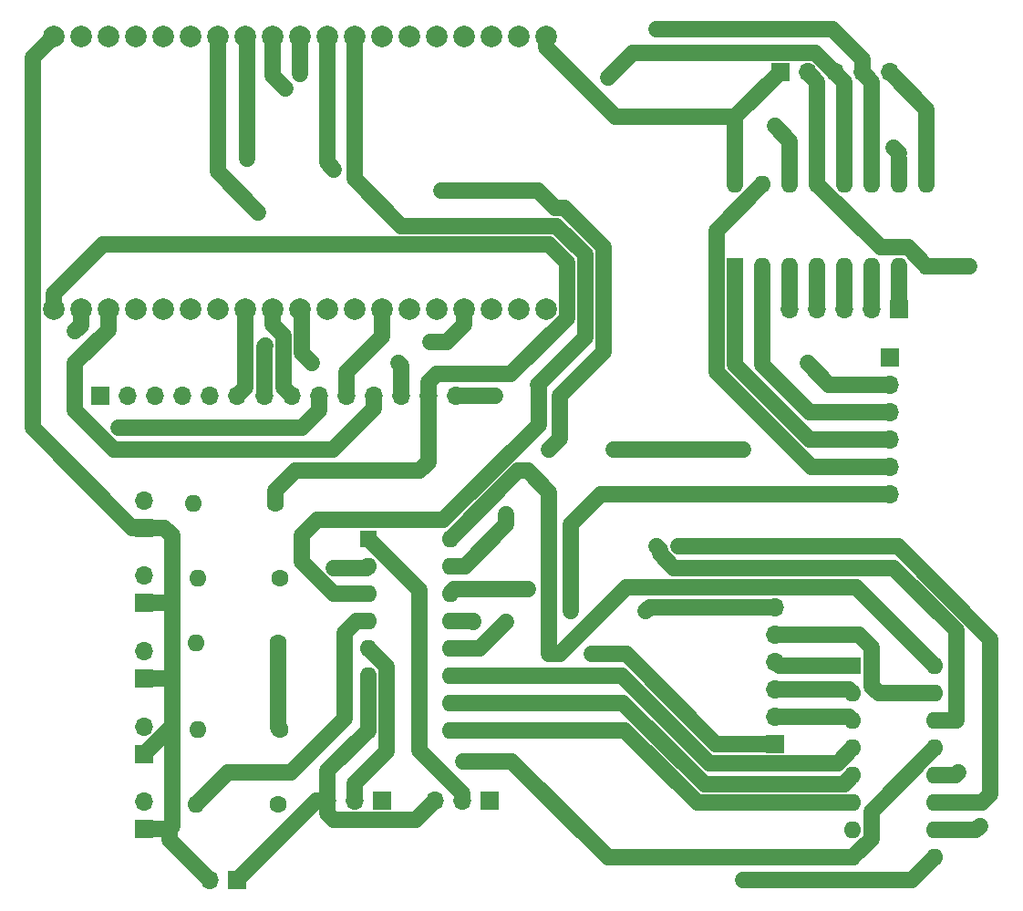
<source format=gbr>
%TF.GenerationSoftware,KiCad,Pcbnew,8.0.3*%
%TF.CreationDate,2025-01-29T18:19:50+01:00*%
%TF.ProjectId,Esp32-card,45737033-322d-4636-9172-642e6b696361,rev?*%
%TF.SameCoordinates,Original*%
%TF.FileFunction,Copper,L2,Bot*%
%TF.FilePolarity,Positive*%
%FSLAX46Y46*%
G04 Gerber Fmt 4.6, Leading zero omitted, Abs format (unit mm)*
G04 Created by KiCad (PCBNEW 8.0.3) date 2025-01-29 18:19:50*
%MOMM*%
%LPD*%
G01*
G04 APERTURE LIST*
%TA.AperFunction,ComponentPad*%
%ADD10C,2.000000*%
%TD*%
%TA.AperFunction,ComponentPad*%
%ADD11R,1.600000X1.600000*%
%TD*%
%TA.AperFunction,ComponentPad*%
%ADD12O,1.600000X1.600000*%
%TD*%
%TA.AperFunction,ComponentPad*%
%ADD13R,1.700000X1.700000*%
%TD*%
%TA.AperFunction,ComponentPad*%
%ADD14O,1.700000X1.700000*%
%TD*%
%TA.AperFunction,ComponentPad*%
%ADD15C,1.600000*%
%TD*%
%TA.AperFunction,ViaPad*%
%ADD16C,1.000000*%
%TD*%
%TA.AperFunction,Conductor*%
%ADD17C,1.500000*%
%TD*%
G04 APERTURE END LIST*
D10*
%TO.P,ESP32_WROOM_KIT1,1,3v3*%
%TO.N,3v3*%
X165700000Y-44700000D03*
%TO.P,ESP32_WROOM_KIT1,2,EN*%
%TO.N,unconnected-(ESP32_WROOM_KIT1-EN-Pad2)*%
X163160000Y-44700000D03*
%TO.P,ESP32_WROOM_KIT1,3,GPIO36*%
%TO.N,unconnected-(ESP32_WROOM_KIT1-GPIO36-Pad3)*%
X160620000Y-44700000D03*
%TO.P,ESP32_WROOM_KIT1,4,GPIO39*%
%TO.N,unconnected-(ESP32_WROOM_KIT1-GPIO39-Pad4)*%
X158080000Y-44700000D03*
%TO.P,ESP32_WROOM_KIT1,5,GPIO34*%
%TO.N,unconnected-(ESP32_WROOM_KIT1-GPIO34-Pad5)*%
X155540000Y-44700000D03*
%TO.P,ESP32_WROOM_KIT1,6,GPIO35*%
%TO.N,unconnected-(ESP32_WROOM_KIT1-GPIO35-Pad6)*%
X153000000Y-44700000D03*
%TO.P,ESP32_WROOM_KIT1,7,GPIO32*%
%TO.N,unconnected-(ESP32_WROOM_KIT1-GPIO32-Pad7)*%
X150460000Y-44700000D03*
%TO.P,ESP32_WROOM_KIT1,8,GPIO33*%
%TO.N,Analog_Pin1*%
X147920000Y-44700000D03*
%TO.P,ESP32_WROOM_KIT1,9,GPIO25*%
%TO.N,Data*%
X145380000Y-44700000D03*
%TO.P,ESP32_WROOM_KIT1,10,GPIO26*%
%TO.N,Clock*%
X142840000Y-44700000D03*
%TO.P,ESP32_WROOM_KIT1,11,GPIO27*%
%TO.N,Trig*%
X140300000Y-44700000D03*
%TO.P,ESP32_WROOM_KIT1,12,GPIO14*%
%TO.N,M2_Pin_EN*%
X137760000Y-44700000D03*
%TO.P,ESP32_WROOM_KIT1,13,GPIO12*%
%TO.N,M1_Pin_EN*%
X135220000Y-44700000D03*
%TO.P,ESP32_WROOM_KIT1,14,GND*%
%TO.N,unconnected-(ESP32_WROOM_KIT1-GND-Pad14)*%
X132680000Y-44700000D03*
%TO.P,ESP32_WROOM_KIT1,15,GPIO13*%
%TO.N,unconnected-(ESP32_WROOM_KIT1-GPIO13-Pad15)*%
X130140000Y-44700000D03*
%TO.P,ESP32_WROOM_KIT1,16,GPIO9*%
%TO.N,unconnected-(ESP32_WROOM_KIT1-GPIO9-Pad16)*%
X127600000Y-44700000D03*
%TO.P,ESP32_WROOM_KIT1,17,GPIO10*%
%TO.N,unconnected-(ESP32_WROOM_KIT1-GPIO10-Pad17)*%
X125060000Y-44700000D03*
%TO.P,ESP32_WROOM_KIT1,18,GPIO11*%
%TO.N,unconnected-(ESP32_WROOM_KIT1-GPIO11-Pad18)*%
X122520000Y-44700000D03*
%TO.P,ESP32_WROOM_KIT1,19,5V*%
%TO.N,5v*%
X119980000Y-44700000D03*
%TO.P,ESP32_WROOM_KIT1,20,GND*%
%TO.N,GND*%
X119980000Y-70000000D03*
%TO.P,ESP32_WROOM_KIT1,21,GPIO23*%
%TO.N,Net-(ESP32_WROOM_KIT1-GPIO23)*%
X122520000Y-70000000D03*
%TO.P,ESP32_WROOM_KIT1,22,GPIO22*%
%TO.N,Net-(ESP32_WROOM_KIT1-GPIO22)*%
X125060000Y-70000000D03*
%TO.P,ESP32_WROOM_KIT1,23,GPIO1*%
%TO.N,unconnected-(ESP32_WROOM_KIT1-GPIO1-Pad23)*%
X127600000Y-70000000D03*
%TO.P,ESP32_WROOM_KIT1,24,GPIO3*%
%TO.N,unconnected-(ESP32_WROOM_KIT1-GPIO3-Pad24)*%
X130140000Y-70000000D03*
%TO.P,ESP32_WROOM_KIT1,25,GPIO21*%
%TO.N,unconnected-(ESP32_WROOM_KIT1-GPIO21-Pad25)*%
X132680000Y-70000000D03*
%TO.P,ESP32_WROOM_KIT1,26,GND*%
%TO.N,unconnected-(ESP32_WROOM_KIT1-GND-Pad26)*%
X135220000Y-70000000D03*
%TO.P,ESP32_WROOM_KIT1,27,GPIO19*%
%TO.N,Net-(ESP32_WROOM_KIT1-GPIO19)*%
X137760000Y-70000000D03*
%TO.P,ESP32_WROOM_KIT1,28,GPIO18*%
%TO.N,Net-(ESP32_WROOM_KIT1-GPIO18)*%
X140300000Y-70000000D03*
%TO.P,ESP32_WROOM_KIT1,29,GPIO5*%
%TO.N,Net-(ESP32_WROOM_KIT1-GPIO5)*%
X142840000Y-70000000D03*
%TO.P,ESP32_WROOM_KIT1,30,GPIO17*%
%TO.N,unconnected-(ESP32_WROOM_KIT1-GPIO17-Pad30)*%
X145380000Y-70000000D03*
%TO.P,ESP32_WROOM_KIT1,31,GPIO16*%
%TO.N,unconnected-(ESP32_WROOM_KIT1-GPIO16-Pad31)*%
X147920000Y-70000000D03*
%TO.P,ESP32_WROOM_KIT1,32,GPIO4*%
%TO.N,Net-(ESP32_WROOM_KIT1-GPIO4)*%
X150460000Y-70000000D03*
%TO.P,ESP32_WROOM_KIT1,33,GPIO0*%
%TO.N,unconnected-(ESP32_WROOM_KIT1-GPIO0-Pad33)*%
X153000000Y-70000000D03*
%TO.P,ESP32_WROOM_KIT1,34,GPIO2*%
%TO.N,unconnected-(ESP32_WROOM_KIT1-GPIO2-Pad34)*%
X155540000Y-70000000D03*
%TO.P,ESP32_WROOM_KIT1,35,GPIO15*%
%TO.N,Net-(ESP32_WROOM_KIT1-GPIO15)*%
X158080000Y-70000000D03*
%TO.P,ESP32_WROOM_KIT1,36,GPIO8*%
%TO.N,unconnected-(ESP32_WROOM_KIT1-GPIO8-Pad36)*%
X160620000Y-70000000D03*
%TO.P,ESP32_WROOM_KIT1,37,GPIO7*%
%TO.N,unconnected-(ESP32_WROOM_KIT1-GPIO7-Pad37)*%
X163160000Y-70000000D03*
%TO.P,ESP32_WROOM_KIT1,38,GPIO6*%
%TO.N,unconnected-(ESP32_WROOM_KIT1-GPIO6-Pad38)*%
X165700000Y-70000000D03*
%TD*%
D11*
%TO.P,U4,1,A4*%
%TO.N,Capteur_Hall_1*%
X149200000Y-91300000D03*
D12*
%TO.P,U4,2,A6*%
%TO.N,Capteur_Autre_1*%
X149200000Y-93840000D03*
%TO.P,U4,3,A*%
%TO.N,Analog_Pin1*%
X149200000Y-96380000D03*
%TO.P,U4,4,A7*%
%TO.N,Capteur_Autre_2*%
X149200000Y-98920000D03*
%TO.P,U4,5,A5*%
%TO.N,Capteur_Hall_2*%
X149200000Y-101460000D03*
%TO.P,U4,6,~{E}*%
%TO.N,GND*%
X149200000Y-104000000D03*
%TO.P,U4,7,VEE*%
X149200000Y-106540000D03*
%TO.P,U4,8,GND*%
X149200000Y-109080000D03*
%TO.P,U4,9,S2*%
%TO.N,Net-(U1-QG)*%
X156820000Y-109080000D03*
%TO.P,U4,10,S1*%
%TO.N,Net-(U1-QF)*%
X156820000Y-106540000D03*
%TO.P,U4,11,S0*%
%TO.N,Net-(U1-QE)*%
X156820000Y-104000000D03*
%TO.P,U4,12,A3*%
%TO.N,Capteur_Force_3*%
X156820000Y-101460000D03*
%TO.P,U4,13,A0*%
%TO.N,Net-(J14-Pin_6)*%
X156820000Y-98920000D03*
%TO.P,U4,14,A1*%
%TO.N,Capteur_Force_1*%
X156820000Y-96380000D03*
%TO.P,U4,15,A2*%
%TO.N,Capteur_Force_2*%
X156820000Y-93840000D03*
%TO.P,U4,16,VCC*%
%TO.N,3v3*%
X156820000Y-91300000D03*
%TD*%
D11*
%TO.P,U1,1,QB*%
%TO.N,M1_Pin_Dir2*%
X194200000Y-103125000D03*
D12*
%TO.P,U1,2,QC*%
%TO.N,M2_Pin_Dir1*%
X194200000Y-105665000D03*
%TO.P,U1,3,QD*%
%TO.N,M2_Pin_Dir2*%
X194200000Y-108205000D03*
%TO.P,U1,4,QE*%
%TO.N,Net-(U1-QE)*%
X194200000Y-110745000D03*
%TO.P,U1,5,QF*%
%TO.N,Net-(U1-QF)*%
X194200000Y-113285000D03*
%TO.P,U1,6,QG*%
%TO.N,Net-(U1-QG)*%
X194200000Y-115825000D03*
%TO.P,U1,7,QH*%
%TO.N,unconnected-(U1-QH-Pad7)*%
X194200000Y-118365000D03*
%TO.P,U1,8,GND*%
%TO.N,GND*%
X194200000Y-120905000D03*
%TO.P,U1,9,QH'*%
%TO.N,Net-(U1-QH')*%
X201820000Y-120905000D03*
%TO.P,U1,10,~{SRCLR}*%
%TO.N,3v3*%
X201820000Y-118365000D03*
%TO.P,U1,11,SRCLK*%
%TO.N,Clock*%
X201820000Y-115825000D03*
%TO.P,U1,12,RCLK*%
%TO.N,Trig*%
X201820000Y-113285000D03*
%TO.P,U1,13,~{OE}*%
%TO.N,GND*%
X201820000Y-110745000D03*
%TO.P,U1,14,SER*%
%TO.N,Data*%
X201820000Y-108205000D03*
%TO.P,U1,15,QA*%
%TO.N,M1_Pin_Dir1*%
X201820000Y-105665000D03*
%TO.P,U1,16,VCC*%
%TO.N,3v3*%
X201820000Y-103125000D03*
%TD*%
D13*
%TO.P,J2,1,Pin_1*%
%TO.N,5v*%
X128375000Y-90275000D03*
D14*
%TO.P,J2,2,Pin_2*%
%TO.N,Capteur_Force_1*%
X128375000Y-87735000D03*
%TD*%
D13*
%TO.P,J12,1,Pin_1*%
%TO.N,3v3*%
X187460000Y-48000000D03*
D14*
%TO.P,J12,2,Pin_2*%
%TO.N,GND*%
X190000000Y-48000000D03*
%TO.P,J12,3,Pin_3*%
%TO.N,Trig*%
X192540000Y-48000000D03*
%TO.P,J12,4,Pin_4*%
%TO.N,Clock*%
X195080000Y-48000000D03*
%TO.P,J12,5,Pin_5*%
%TO.N,Net-(J12-Pin_5)*%
X197620000Y-48000000D03*
%TD*%
D13*
%TO.P,J14,1,Pin_1*%
%TO.N,3v3*%
X197625000Y-74460000D03*
D14*
%TO.P,J14,2,Pin_2*%
%TO.N,GND*%
X197625000Y-77000000D03*
%TO.P,J14,3,Pin_3*%
%TO.N,Net-(J14-Pin_3)*%
X197625000Y-79540000D03*
%TO.P,J14,4,Pin_4*%
%TO.N,Net-(J14-Pin_4)*%
X197625000Y-82080000D03*
%TO.P,J14,5,Pin_5*%
%TO.N,Net-(J14-Pin_5)*%
X197625000Y-84620000D03*
%TO.P,J14,6,Pin_6*%
%TO.N,Net-(J14-Pin_6)*%
X197625000Y-87160000D03*
%TD*%
D13*
%TO.P,J13,1,Pin_1*%
%TO.N,5v*%
X128375000Y-118275000D03*
D14*
%TO.P,J13,2,Pin_2*%
%TO.N,Capteur_Autre_2*%
X128375000Y-115735000D03*
%TD*%
D13*
%TO.P,J3,1,Pin_1*%
%TO.N,5v*%
X128375000Y-97275000D03*
D14*
%TO.P,J3,2,Pin_2*%
%TO.N,Capteur_Force_2*%
X128375000Y-94735000D03*
%TD*%
D13*
%TO.P,J11,1,Pin_1*%
%TO.N,5v*%
X128375000Y-111275000D03*
D14*
%TO.P,J11,2,Pin_2*%
%TO.N,Capteur_Autre_1*%
X128375000Y-108735000D03*
%TD*%
D15*
%TO.P,R2,1*%
%TO.N,GND*%
X141000000Y-95000000D03*
D12*
%TO.P,R2,2*%
%TO.N,Capteur_Force_2*%
X133380000Y-95000000D03*
%TD*%
D13*
%TO.P,J8,1,Pin_1*%
%TO.N,M2_Pin_EN*%
X187000000Y-110350000D03*
D14*
%TO.P,J8,2,Pin_2*%
%TO.N,M2_Pin_Dir2*%
X187000000Y-107810000D03*
%TO.P,J8,3,Pin_3*%
%TO.N,M2_Pin_Dir1*%
X187000000Y-105270000D03*
%TO.P,J8,4,Pin_4*%
%TO.N,M1_Pin_Dir2*%
X187000000Y-102730000D03*
%TO.P,J8,5,Pin_5*%
%TO.N,M1_Pin_Dir1*%
X187000000Y-100190000D03*
%TO.P,J8,6,Pin_6*%
%TO.N,M1_Pin_EN*%
X187000000Y-97650000D03*
%TD*%
D15*
%TO.P,R5,1*%
%TO.N,GND*%
X140810000Y-116000000D03*
D12*
%TO.P,R5,2*%
%TO.N,Capteur_Autre_2*%
X133190000Y-116000000D03*
%TD*%
D15*
%TO.P,R3,1*%
%TO.N,GND*%
X140810000Y-101000000D03*
D12*
%TO.P,R3,2*%
%TO.N,Capteur_Force_3*%
X133190000Y-101000000D03*
%TD*%
D13*
%TO.P,J9,1,Pin_1*%
%TO.N,Net-(J9-Pin_1)*%
X198540000Y-70000000D03*
D14*
%TO.P,J9,2,Pin_2*%
%TO.N,Net-(J9-Pin_2)*%
X196000000Y-70000000D03*
%TO.P,J9,3,Pin_3*%
%TO.N,Net-(J9-Pin_3)*%
X193460000Y-70000000D03*
%TO.P,J9,4,Pin_4*%
%TO.N,Net-(J9-Pin_4)*%
X190920000Y-70000000D03*
%TO.P,J9,5,Pin_5*%
%TO.N,Net-(J9-Pin_5)*%
X188380000Y-70000000D03*
%TD*%
D11*
%TO.P,U2,1,QB*%
%TO.N,Net-(J14-Pin_4)*%
X183300000Y-66000000D03*
D12*
%TO.P,U2,2,QC*%
%TO.N,Net-(J14-Pin_3)*%
X185840000Y-66000000D03*
%TO.P,U2,3,QD*%
%TO.N,Net-(J9-Pin_5)*%
X188380000Y-66000000D03*
%TO.P,U2,4,QE*%
%TO.N,Net-(J9-Pin_4)*%
X190920000Y-66000000D03*
%TO.P,U2,5,QF*%
%TO.N,Net-(J9-Pin_3)*%
X193460000Y-66000000D03*
%TO.P,U2,6,QG*%
%TO.N,Net-(J9-Pin_2)*%
X196000000Y-66000000D03*
%TO.P,U2,7,QH*%
%TO.N,Net-(J9-Pin_1)*%
X198540000Y-66000000D03*
%TO.P,U2,8,GND*%
%TO.N,GND*%
X201080000Y-66000000D03*
%TO.P,U2,9,QH'*%
%TO.N,Net-(J12-Pin_5)*%
X201080000Y-58380000D03*
%TO.P,U2,10,~{SRCLR}*%
%TO.N,3v3*%
X198540000Y-58380000D03*
%TO.P,U2,11,SRCLK*%
%TO.N,Clock*%
X196000000Y-58380000D03*
%TO.P,U2,12,RCLK*%
%TO.N,Trig*%
X193460000Y-58380000D03*
%TO.P,U2,13,~{OE}*%
%TO.N,GND*%
X190920000Y-58380000D03*
%TO.P,U2,14,SER*%
%TO.N,Net-(U1-QH')*%
X188380000Y-58380000D03*
%TO.P,U2,15,QA*%
%TO.N,Net-(J14-Pin_5)*%
X185840000Y-58380000D03*
%TO.P,U2,16,VCC*%
%TO.N,3v3*%
X183300000Y-58380000D03*
%TD*%
D13*
%TO.P,J4,1,Pin_1*%
%TO.N,3v3*%
X160525000Y-115625000D03*
D14*
%TO.P,J4,2,Pin_2*%
%TO.N,Capteur_Hall_1*%
X157985000Y-115625000D03*
%TO.P,J4,3,Pin_3*%
%TO.N,GND*%
X155445000Y-115625000D03*
%TD*%
D13*
%TO.P,J6,1,Pin_1*%
%TO.N,GND*%
X137000000Y-123000000D03*
D14*
%TO.P,J6,2,Pin_2*%
%TO.N,5v*%
X134460000Y-123000000D03*
%TD*%
D15*
%TO.P,R1,1*%
%TO.N,GND*%
X140620000Y-88000000D03*
D12*
%TO.P,R1,2*%
%TO.N,Capteur_Force_1*%
X133000000Y-88000000D03*
%TD*%
D15*
%TO.P,R4,1*%
%TO.N,GND*%
X141000000Y-109000000D03*
D12*
%TO.P,R4,2*%
%TO.N,Capteur_Autre_1*%
X133380000Y-109000000D03*
%TD*%
D13*
%TO.P,J10,1,Pin_1*%
%TO.N,5v*%
X128375000Y-104275000D03*
D14*
%TO.P,J10,2,Pin_2*%
%TO.N,Capteur_Force_3*%
X128375000Y-101735000D03*
%TD*%
D13*
%TO.P,J1,1,Pin_1*%
%TO.N,unconnected-(J1-Pin_1-Pad1)*%
X124300000Y-78000000D03*
D14*
%TO.P,J1,2,Pin_2*%
%TO.N,unconnected-(J1-Pin_2-Pad2)*%
X126840000Y-78000000D03*
%TO.P,J1,3,Pin_3*%
%TO.N,unconnected-(J1-Pin_3-Pad3)*%
X129380000Y-78000000D03*
%TO.P,J1,4,Pin_4*%
%TO.N,unconnected-(J1-Pin_4-Pad4)*%
X131920000Y-78000000D03*
%TO.P,J1,5,Pin_5*%
%TO.N,unconnected-(J1-Pin_5-Pad5)*%
X134460000Y-78000000D03*
%TO.P,J1,6,Pin_6*%
%TO.N,Net-(ESP32_WROOM_KIT1-GPIO19)*%
X137000000Y-78000000D03*
%TO.P,J1,7,Pin_7*%
%TO.N,Net-(ESP32_WROOM_KIT1-GPIO15)*%
X139540000Y-78000000D03*
%TO.P,J1,8,Pin_8*%
%TO.N,Net-(ESP32_WROOM_KIT1-GPIO18)*%
X142080000Y-78000000D03*
%TO.P,J1,9,Pin_9*%
%TO.N,Net-(ESP32_WROOM_KIT1-GPIO23)*%
X144620000Y-78000000D03*
%TO.P,J1,10,Pin_10*%
%TO.N,Net-(ESP32_WROOM_KIT1-GPIO4)*%
X147160000Y-78000000D03*
%TO.P,J1,11,Pin_11*%
%TO.N,Net-(ESP32_WROOM_KIT1-GPIO22)*%
X149700000Y-78000000D03*
%TO.P,J1,12,Pin_12*%
%TO.N,Net-(ESP32_WROOM_KIT1-GPIO5)*%
X152240000Y-78000000D03*
%TO.P,J1,13,Pin_13*%
%TO.N,GND*%
X154780000Y-78000000D03*
%TO.P,J1,14,Pin_14*%
%TO.N,3v3*%
X157320000Y-78000000D03*
%TD*%
D13*
%TO.P,J5,1,Pin_1*%
%TO.N,3v3*%
X150525000Y-115625000D03*
D14*
%TO.P,J5,2,Pin_2*%
%TO.N,Capteur_Hall_2*%
X147985000Y-115625000D03*
%TO.P,J5,3,Pin_3*%
%TO.N,GND*%
X145445000Y-115625000D03*
%TD*%
D16*
%TO.N,Data*%
X146000000Y-57000000D03*
X176000000Y-92000000D03*
%TO.N,Trig*%
X141500000Y-49500000D03*
X171500000Y-48500000D03*
X182800000Y-46200000D03*
X204000000Y-113000000D03*
%TO.N,Clock*%
X176000000Y-44000000D03*
X142840000Y-48160000D03*
X178000000Y-92000000D03*
%TO.N,3v3*%
X164000000Y-85000000D03*
X161000000Y-78000000D03*
X198347500Y-99652500D03*
X198000000Y-55000000D03*
X166000000Y-102000000D03*
X206000000Y-118000000D03*
X183300000Y-55000000D03*
%TO.N,GND*%
X205000000Y-66000000D03*
X172000000Y-83000000D03*
X158000000Y-112000000D03*
X184000000Y-83000000D03*
X162000000Y-76000000D03*
X190000000Y-75000000D03*
%TO.N,M1_Pin_EN*%
X139000000Y-61000000D03*
X175000000Y-98000000D03*
%TO.N,Net-(U1-QH')*%
X187000000Y-53000000D03*
X184000000Y-123000000D03*
%TO.N,M2_Pin_EN*%
X156000000Y-59000000D03*
X138000000Y-56000000D03*
X170000000Y-102000000D03*
X166000000Y-83000000D03*
%TO.N,Capteur_Force_1*%
X164000000Y-96000000D03*
%TO.N,Capteur_Force_2*%
X162000000Y-89000000D03*
%TO.N,Capteur_Force_3*%
X162000000Y-99000000D03*
%TO.N,Capteur_Autre_1*%
X146000000Y-94000000D03*
%TO.N,Net-(J14-Pin_6)*%
X168000000Y-98000000D03*
X159000000Y-99000000D03*
%TO.N,Net-(ESP32_WROOM_KIT1-GPIO23)*%
X122000000Y-72000000D03*
X126000000Y-81000000D03*
%TO.N,Net-(ESP32_WROOM_KIT1-GPIO15)*%
X139640000Y-73360000D03*
X155000000Y-73000000D03*
%TO.N,Net-(ESP32_WROOM_KIT1-GPIO5)*%
X152000000Y-75000000D03*
X144000000Y-75000000D03*
%TD*%
D17*
%TO.N,Data*%
X177595837Y-94000000D02*
X176300000Y-92704163D01*
X145380000Y-44700000D02*
X145380000Y-56380000D01*
X203795000Y-99795000D02*
X198000000Y-94000000D01*
X201820000Y-108205000D02*
X203795000Y-108205000D01*
X198000000Y-94000000D02*
X177595837Y-94000000D01*
X176300000Y-92300000D02*
X176000000Y-92000000D01*
X176300000Y-92704163D02*
X176300000Y-92300000D01*
X203795000Y-108205000D02*
X203795000Y-99795000D01*
X145380000Y-56380000D02*
X146000000Y-57000000D01*
%TO.N,Trig*%
X193460000Y-48920000D02*
X192770000Y-48230000D01*
X141500000Y-49500000D02*
X140300000Y-48300000D01*
X201820000Y-113285000D02*
X203715000Y-113285000D01*
X193460000Y-58380000D02*
X193460000Y-48920000D01*
X192770000Y-48230000D02*
X192540000Y-48000000D01*
X192770000Y-48224415D02*
X192770000Y-48230000D01*
X171500000Y-48500000D02*
X173800000Y-46200000D01*
X140300000Y-48300000D02*
X140300000Y-44700000D01*
X203715000Y-113285000D02*
X204000000Y-113000000D01*
X173800000Y-46200000D02*
X182800000Y-46200000D01*
X190745585Y-46200000D02*
X192770000Y-48224415D01*
X182800000Y-46200000D02*
X190745585Y-46200000D01*
%TO.N,Analog_Pin1*%
X166704164Y-62300000D02*
X152300000Y-62300000D01*
X143000000Y-93404163D02*
X143000000Y-91000000D01*
X156165836Y-89550000D02*
X165015836Y-80700000D01*
X169350000Y-72650000D02*
X169350000Y-64945836D01*
X149200000Y-96380000D02*
X145975837Y-96380000D01*
X147920000Y-57920000D02*
X147920000Y-44700000D01*
X165000000Y-77000000D02*
X169350000Y-72650000D01*
X165015836Y-77015836D02*
X165000000Y-77000000D01*
X144450000Y-89550000D02*
X156165836Y-89550000D01*
X169350000Y-64945836D02*
X166704164Y-62300000D01*
X143000000Y-91000000D02*
X144450000Y-89550000D01*
X145975837Y-96380000D02*
X143000000Y-93404163D01*
X165015836Y-80700000D02*
X165015836Y-77015836D01*
X152300000Y-62300000D02*
X147920000Y-57920000D01*
%TO.N,Clock*%
X207000000Y-115000000D02*
X206175000Y-115825000D01*
X198404164Y-92000000D02*
X207000000Y-100595836D01*
X207000000Y-100595836D02*
X207000000Y-115000000D01*
X176000000Y-44000000D02*
X192282081Y-44000000D01*
X192282081Y-44000000D02*
X195080000Y-46797919D01*
X178000000Y-92000000D02*
X198404164Y-92000000D01*
X196000000Y-48920000D02*
X195080000Y-48000000D01*
X142840000Y-48160000D02*
X142840000Y-44700000D01*
X206175000Y-115825000D02*
X201820000Y-115825000D01*
X196000000Y-58380000D02*
X196000000Y-48920000D01*
X195080000Y-46797919D02*
X195080000Y-48000000D01*
%TO.N,3v3*%
X157320000Y-78000000D02*
X161000000Y-78000000D01*
X201820000Y-103125000D02*
X194545000Y-95850000D01*
X198540000Y-55540000D02*
X198000000Y-55000000D01*
X164000000Y-85000000D02*
X163120000Y-85000000D01*
X205635000Y-118365000D02*
X206000000Y-118000000D01*
X201820000Y-118365000D02*
X205635000Y-118365000D01*
X167000000Y-102000000D02*
X166000000Y-102000000D01*
X173150000Y-95850000D02*
X167000000Y-102000000D01*
X183300000Y-52160000D02*
X187460000Y-48000000D01*
X183300000Y-58380000D02*
X183300000Y-52160000D01*
X183300000Y-52160000D02*
X172160000Y-52160000D01*
X194545000Y-95850000D02*
X173150000Y-95850000D01*
X163120000Y-85000000D02*
X156820000Y-91300000D01*
X165700000Y-45700000D02*
X165700000Y-44700000D01*
X198540000Y-58380000D02*
X198540000Y-56000000D01*
X172160000Y-52160000D02*
X165700000Y-45700000D01*
X164000000Y-85000000D02*
X166000000Y-87000000D01*
X166000000Y-87000000D02*
X166000000Y-102000000D01*
%TO.N,GND*%
X171459164Y-120905000D02*
X162554164Y-112000000D01*
X199330000Y-64250000D02*
X196790000Y-64250000D01*
X155445000Y-115625000D02*
X153645000Y-117425000D01*
X195950000Y-119155000D02*
X194200000Y-120905000D01*
X197625000Y-77000000D02*
X192000000Y-77000000D01*
X146042919Y-117425000D02*
X145445000Y-116827081D01*
X149200000Y-106540000D02*
X149200000Y-109080000D01*
X190000000Y-75000000D02*
X190500000Y-75500000D01*
X149200000Y-104000000D02*
X149200000Y-106540000D01*
X145445000Y-116827081D02*
X145445000Y-115625000D01*
X140810000Y-108810000D02*
X141000000Y-109000000D01*
X149200000Y-109080000D02*
X145445000Y-112835000D01*
X154780000Y-76797919D02*
X154780000Y-78000000D01*
X201080000Y-66000000D02*
X199330000Y-64250000D01*
X201820000Y-110745000D02*
X195950000Y-116615000D01*
X190920000Y-58380000D02*
X190920000Y-48920000D01*
X154780000Y-84220000D02*
X154000000Y-85000000D01*
X194200000Y-120905000D02*
X171459164Y-120905000D01*
X167650000Y-65650000D02*
X167650000Y-70807717D01*
X140810000Y-101000000D02*
X140810000Y-108810000D01*
X192000000Y-77000000D02*
X190000000Y-75000000D01*
X166000000Y-64000000D02*
X167650000Y-65650000D01*
X140620000Y-88000000D02*
X140620000Y-86868630D01*
X124565787Y-64000000D02*
X166000000Y-64000000D01*
X196790000Y-64250000D02*
X190920000Y-58380000D01*
X145445000Y-112835000D02*
X145445000Y-115625000D01*
X119980000Y-70000000D02*
X119980000Y-68585787D01*
X162554164Y-112000000D02*
X158000000Y-112000000D01*
X144375000Y-115625000D02*
X137000000Y-123000000D01*
X195950000Y-116615000D02*
X195950000Y-119155000D01*
X190920000Y-48920000D02*
X190000000Y-48000000D01*
X201080000Y-66000000D02*
X205000000Y-66000000D01*
X145445000Y-115625000D02*
X144375000Y-115625000D01*
X140620000Y-86868630D02*
X142488630Y-85000000D01*
X153645000Y-117425000D02*
X146042919Y-117425000D01*
X162457717Y-76000000D02*
X162000000Y-76000000D01*
X155577919Y-76000000D02*
X154780000Y-76797919D01*
X142488630Y-85000000D02*
X154000000Y-85000000D01*
X119980000Y-68585787D02*
X124565787Y-64000000D01*
X162000000Y-76000000D02*
X155577919Y-76000000D01*
X154780000Y-78000000D02*
X154780000Y-84220000D01*
X167650000Y-70807717D02*
X162457717Y-76000000D01*
X184000000Y-83000000D02*
X172000000Y-83000000D01*
%TO.N,Net-(U1-QG)*%
X156820000Y-109080000D02*
X173016672Y-109080000D01*
X173016672Y-109080000D02*
X179761672Y-115825000D01*
X179761672Y-115825000D02*
X194200000Y-115825000D01*
%TO.N,M1_Pin_Dir1*%
X194765000Y-100190000D02*
X196000000Y-101425000D01*
X196665000Y-105665000D02*
X201820000Y-105665000D01*
X187000000Y-100190000D02*
X194765000Y-100190000D01*
X196000000Y-101425000D02*
X196000000Y-105000000D01*
X196000000Y-105000000D02*
X196665000Y-105665000D01*
%TO.N,M2_Pin_Dir2*%
X193805000Y-107810000D02*
X194200000Y-108205000D01*
X187000000Y-107810000D02*
X193805000Y-107810000D01*
%TO.N,M1_Pin_EN*%
X139000000Y-61000000D02*
X135220000Y-57220000D01*
X135220000Y-57220000D02*
X135220000Y-44700000D01*
X175350000Y-97650000D02*
X187000000Y-97650000D01*
X175000000Y-98000000D02*
X175350000Y-97650000D01*
%TO.N,M2_Pin_Dir1*%
X193805000Y-105270000D02*
X194200000Y-105665000D01*
X187000000Y-105270000D02*
X193805000Y-105270000D01*
%TO.N,M1_Pin_Dir2*%
X187395000Y-103125000D02*
X187000000Y-102730000D01*
X194200000Y-103125000D02*
X187395000Y-103125000D01*
%TO.N,Net-(U1-QH')*%
X188380000Y-54380000D02*
X187000000Y-53000000D01*
X188380000Y-58380000D02*
X188380000Y-54380000D01*
X199725000Y-123000000D02*
X184000000Y-123000000D01*
X201820000Y-120905000D02*
X199725000Y-123000000D01*
%TO.N,M2_Pin_EN*%
X167408328Y-60600000D02*
X166600000Y-60600000D01*
X166000000Y-83000000D02*
X167000000Y-82000000D01*
X171050000Y-64241672D02*
X167408328Y-60600000D01*
X181499164Y-110350000D02*
X187000000Y-110350000D01*
X166600000Y-60600000D02*
X165000000Y-59000000D01*
X138000000Y-44940000D02*
X137760000Y-44700000D01*
X165000000Y-59000000D02*
X156000000Y-59000000D01*
X173149164Y-102000000D02*
X181499164Y-110350000D01*
X170000000Y-102000000D02*
X173149164Y-102000000D01*
X171050000Y-73950000D02*
X171050000Y-64241672D01*
X167000000Y-82000000D02*
X167000000Y-78000000D01*
X138000000Y-56000000D02*
X138000000Y-44940000D01*
X167000000Y-78000000D02*
X171050000Y-73950000D01*
%TO.N,Net-(J9-Pin_2)*%
X196000000Y-66000000D02*
X196000000Y-70000000D01*
%TO.N,5v*%
X128375000Y-104275000D02*
X130725000Y-104275000D01*
X130725000Y-97275000D02*
X128375000Y-97275000D01*
X130725000Y-118275000D02*
X131000000Y-118000000D01*
X119980000Y-44700000D02*
X118030000Y-46650000D01*
X128375000Y-118275000D02*
X130725000Y-118275000D01*
X130725000Y-104275000D02*
X131000000Y-104000000D01*
X118030000Y-46650000D02*
X118030000Y-81030000D01*
X131000000Y-118000000D02*
X131000000Y-108655585D01*
X131000000Y-108655585D02*
X131000000Y-104000000D01*
X130725000Y-119265000D02*
X134460000Y-123000000D01*
X131000000Y-97000000D02*
X130725000Y-97275000D01*
X118030000Y-81030000D02*
X127275000Y-90275000D01*
X130725000Y-118275000D02*
X130725000Y-119265000D01*
X131000000Y-91000000D02*
X131000000Y-97000000D01*
X127275000Y-90275000D02*
X128375000Y-90275000D01*
X130275000Y-90275000D02*
X131000000Y-91000000D01*
X128375000Y-90275000D02*
X130275000Y-90275000D01*
X128380585Y-111275000D02*
X131000000Y-108655585D01*
X128375000Y-111275000D02*
X128380585Y-111275000D01*
X131000000Y-104000000D02*
X131000000Y-97000000D01*
%TO.N,Net-(J9-Pin_1)*%
X198540000Y-66000000D02*
X198540000Y-70000000D01*
%TO.N,Capteur_Force_1*%
X157200000Y-96000000D02*
X156820000Y-96380000D01*
X164000000Y-96000000D02*
X157200000Y-96000000D01*
%TO.N,Capteur_Force_2*%
X156820000Y-93840000D02*
X158160000Y-93840000D01*
X162000000Y-90000000D02*
X162000000Y-89000000D01*
X158160000Y-93840000D02*
X162000000Y-90000000D01*
%TO.N,Net-(J9-Pin_5)*%
X188380000Y-66000000D02*
X188380000Y-70000000D01*
%TO.N,Capteur_Hall_1*%
X154000000Y-111000000D02*
X154000000Y-96100000D01*
X157985000Y-115625000D02*
X157985000Y-114985000D01*
X154000000Y-96100000D02*
X149200000Y-91300000D01*
X157985000Y-114985000D02*
X154000000Y-111000000D01*
%TO.N,Capteur_Hall_2*%
X150950000Y-103210000D02*
X150950000Y-111050000D01*
X149200000Y-101460000D02*
X150950000Y-103210000D01*
X147985000Y-114015000D02*
X147985000Y-115625000D01*
X150950000Y-111050000D02*
X147985000Y-114015000D01*
%TO.N,Net-(J9-Pin_4)*%
X190920000Y-66000000D02*
X190920000Y-70000000D01*
%TO.N,Net-(J9-Pin_3)*%
X193460000Y-66000000D02*
X193460000Y-70000000D01*
%TO.N,Capteur_Force_3*%
X156820000Y-101460000D02*
X159540000Y-101460000D01*
X159540000Y-101460000D02*
X162000000Y-99000000D01*
%TO.N,Capteur_Autre_1*%
X149040000Y-94000000D02*
X149200000Y-93840000D01*
X146000000Y-94000000D02*
X149040000Y-94000000D01*
%TO.N,Net-(J12-Pin_5)*%
X201080000Y-51460000D02*
X197620000Y-48000000D01*
X201080000Y-58380000D02*
X201080000Y-51460000D01*
%TO.N,Capteur_Autre_2*%
X147000000Y-100000000D02*
X147000000Y-108000000D01*
X147000000Y-108000000D02*
X142000000Y-113000000D01*
X149200000Y-98920000D02*
X148080000Y-98920000D01*
X136190000Y-113000000D02*
X142000000Y-113000000D01*
X148080000Y-98920000D02*
X147000000Y-100000000D01*
X133190000Y-116000000D02*
X136190000Y-113000000D01*
%TO.N,Net-(J14-Pin_6)*%
X158920000Y-98920000D02*
X159000000Y-99000000D01*
X170840000Y-87160000D02*
X170000000Y-88000000D01*
X156820000Y-98920000D02*
X158920000Y-98920000D01*
X170000000Y-88000000D02*
X168000000Y-90000000D01*
X197625000Y-87160000D02*
X170840000Y-87160000D01*
X168000000Y-90000000D02*
X168000000Y-98000000D01*
%TO.N,Net-(J14-Pin_4)*%
X183300000Y-66000000D02*
X183300000Y-75147081D01*
X190232919Y-82080000D02*
X197625000Y-82080000D01*
X183300000Y-75147081D02*
X190232919Y-82080000D01*
%TO.N,Net-(J14-Pin_5)*%
X190368755Y-84620000D02*
X197625000Y-84620000D01*
X181550000Y-75801245D02*
X190368755Y-84620000D01*
X181550000Y-62670000D02*
X181550000Y-75801245D01*
X185840000Y-58380000D02*
X181550000Y-62670000D01*
%TO.N,Net-(J14-Pin_3)*%
X185840000Y-75147081D02*
X190232919Y-79540000D01*
X190232919Y-79540000D02*
X197625000Y-79540000D01*
X185840000Y-66000000D02*
X185840000Y-75147081D01*
%TO.N,Net-(U1-QE)*%
X192795000Y-112150000D02*
X194200000Y-110745000D01*
X172745000Y-104000000D02*
X180895000Y-112150000D01*
X180895000Y-112150000D02*
X192795000Y-112150000D01*
X156820000Y-104000000D02*
X172745000Y-104000000D01*
%TO.N,Net-(U1-QF)*%
X193400001Y-114084999D02*
X194200000Y-113285000D01*
X156820000Y-106540000D02*
X172880836Y-106540000D01*
X172880836Y-106540000D02*
X180425835Y-114084999D01*
X180425835Y-114084999D02*
X193400001Y-114084999D01*
%TO.N,Net-(ESP32_WROOM_KIT1-GPIO22)*%
X125060000Y-71940000D02*
X125060000Y-70000000D01*
X122000000Y-79404163D02*
X122000000Y-75000000D01*
X149700000Y-78000000D02*
X149700000Y-79202081D01*
X145902081Y-83000000D02*
X125595837Y-83000000D01*
X122000000Y-75000000D02*
X125060000Y-71940000D01*
X149700000Y-79202081D02*
X145902081Y-83000000D01*
X125595837Y-83000000D02*
X122000000Y-79404163D01*
%TO.N,Net-(ESP32_WROOM_KIT1-GPIO18)*%
X140300000Y-71414213D02*
X140300000Y-70000000D01*
X141340000Y-77260000D02*
X141340000Y-72454213D01*
X141340000Y-72454213D02*
X140300000Y-71414213D01*
X142080000Y-78000000D02*
X141340000Y-77260000D01*
%TO.N,Net-(ESP32_WROOM_KIT1-GPIO4)*%
X147160000Y-78000000D02*
X147160000Y-75840000D01*
X150460000Y-72540000D02*
X150460000Y-70000000D01*
X147160000Y-75840000D02*
X150460000Y-72540000D01*
%TO.N,Net-(ESP32_WROOM_KIT1-GPIO19)*%
X137760000Y-77240000D02*
X137760000Y-70000000D01*
X137000000Y-78000000D02*
X137760000Y-77240000D01*
%TO.N,Net-(ESP32_WROOM_KIT1-GPIO23)*%
X126000000Y-81000000D02*
X143000000Y-81000000D01*
X122520000Y-71480000D02*
X122520000Y-70000000D01*
X144620000Y-79380000D02*
X144620000Y-78000000D01*
X143000000Y-81000000D02*
X144620000Y-79380000D01*
X122000000Y-72000000D02*
X122520000Y-71480000D01*
%TO.N,Net-(ESP32_WROOM_KIT1-GPIO15)*%
X158080000Y-70000000D02*
X158080000Y-71414213D01*
X139640000Y-73360000D02*
X139540000Y-73460000D01*
X156494213Y-73000000D02*
X155000000Y-73000000D01*
X139540000Y-73460000D02*
X139540000Y-78000000D01*
X158080000Y-71414213D02*
X156494213Y-73000000D01*
%TO.N,Net-(ESP32_WROOM_KIT1-GPIO5)*%
X143040000Y-70200000D02*
X142840000Y-70000000D01*
X152000000Y-75000000D02*
X152240000Y-75240000D01*
X143040000Y-74040000D02*
X143040000Y-70200000D01*
X152240000Y-75240000D02*
X152240000Y-78000000D01*
X144000000Y-75000000D02*
X143040000Y-74040000D01*
%TD*%
M02*

</source>
